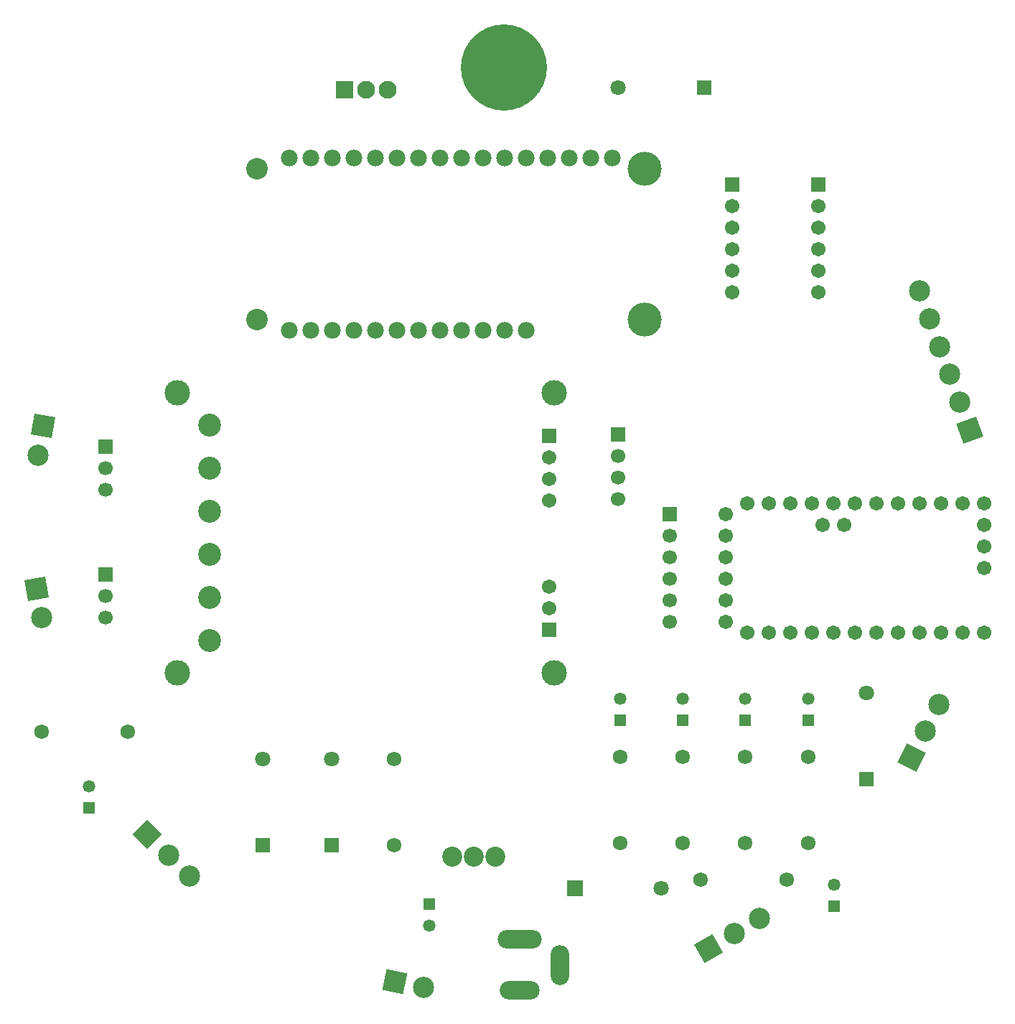
<source format=gbr>
G04 DipTrace 3.3.1.2*
G04 BottomMask.gbr*
%MOIN*%
G04 #@! TF.FileFunction,Soldermask,Bot*
G04 #@! TF.Part,Single*
%AMOUTLINE1*
4,1,4,
0.0,0.069601,
0.069601,0.0,
0.0,-0.069601,
-0.069601,0.0,
0.0,0.069601,
0*%
%AMOUTLINE4*
4,1,4,
-0.06723,0.018014,
0.018014,0.06723,
0.06723,-0.018014,
-0.018014,-0.06723,
-0.06723,0.018014,
0*%
%AMOUTLINE7*
4,1,4,
-0.037908,0.058373,
0.058373,0.037908,
0.037908,-0.058373,
-0.058373,-0.037908,
-0.037908,0.058373,
0*%
%AMOUTLINE10*
4,1,4,
-0.066195,-0.021508,
-0.021508,0.066195,
0.066195,0.021508,
0.021508,-0.066195,
-0.066195,-0.021508,
0*%
%AMOUTLINE13*
4,1,4,
-0.057014,-0.039922,
-0.039922,0.057014,
0.057014,0.039922,
0.039922,-0.057014,
-0.057014,-0.039922,
0*%
%AMOUTLINE16*
4,1,4,
-0.039922,-0.057014,
-0.057014,0.039922,
0.039922,0.057014,
0.057014,-0.039922,
-0.039922,-0.057014,
0*%
%AMOUTLINE19*
4,1,4,
0.029415,0.06308,
0.06308,-0.029415,
-0.029415,-0.06308,
-0.06308,0.029415,
0.029415,0.06308,
0*%
%AMOUTLINE22*
4,1,4,
-0.035436,0.035436,
0.035436,0.035436,
0.035436,-0.035436,
-0.035436,-0.035436,
-0.035436,0.035436,
0*%
%ADD39C,0.1*%
%ADD40C,0.11811*%
%ADD41C,0.4*%
%ADD57C,0.082683*%
%ADD59R,0.082683X0.082683*%
%ADD61O,0.08662X0.185045*%
%ADD63O,0.20473X0.08662*%
%ADD65O,0.185045X0.08662*%
%ADD67C,0.106305*%
%ADD69R,0.06725X0.06725*%
%ADD71C,0.09288*%
%ADD73C,0.066935*%
%ADD75R,0.066935X0.066935*%
%ADD77C,0.07788*%
%ADD79C,0.15788*%
%ADD81R,0.070872X0.070872*%
%ADD83C,0.070872*%
%ADD85R,0.05788X0.05788*%
%ADD87C,0.05788*%
%ADD89C,0.06788*%
%ADD91C,0.06788*%
%ADD93C,0.098431*%
%ADD95C,0.06725*%
%ADD105OUTLINE1*%
%ADD108OUTLINE4*%
%ADD111OUTLINE7*%
%ADD114OUTLINE10*%
%ADD117OUTLINE13*%
%ADD120OUTLINE16*%
%ADD123OUTLINE19*%
%ADD126OUTLINE22*%
%FSLAX26Y26*%
G04*
G70*
G90*
G75*
G01*
G04 BotMask*
%LPD*%
D95*
X5125916Y2990947D3*
X5025916D3*
X4925916D3*
X4825916D3*
X4725916D3*
X4625916D3*
X4525916D3*
X4425916D3*
X4325916D3*
X4225916D3*
X4125916D3*
X4025916D3*
X5125916Y2890947D3*
Y2790947D3*
Y2690947D3*
X3925916Y2940947D3*
Y2840947D3*
Y2740947D3*
Y2640947D3*
Y2540947D3*
Y2440947D3*
X4375916Y2890947D3*
X4475916D3*
X5125916Y2390947D3*
X5025916D3*
X4925916D3*
X4825916D3*
X4725916D3*
X4625916D3*
X4425916D3*
X4325916D3*
X4125916D3*
X4025916D3*
X4225916D3*
X4525916D3*
D105*
X1240916Y1455982D3*
D93*
X1338352Y1358546D3*
X1435787Y1261110D3*
D108*
X3845915Y925946D3*
D93*
X3965249Y994844D3*
X4084583Y1063741D3*
D91*
X2385916Y1805947D3*
D89*
Y1405947D3*
D87*
X2550916Y1030947D3*
D85*
Y1130947D3*
D91*
X3435916Y1415947D3*
D89*
Y1815947D3*
D87*
Y2083451D3*
D85*
Y1983451D3*
D91*
X1150916Y1930947D3*
D89*
X750916D3*
D87*
X968423Y1678440D3*
D85*
Y1578440D3*
D83*
X2095916Y1805947D3*
D81*
Y1405947D3*
D91*
X3726751Y1415947D3*
D89*
Y1815947D3*
D87*
Y2083451D3*
D85*
Y1983451D3*
D91*
X4017585Y1415947D3*
D89*
Y1815947D3*
D87*
Y2083451D3*
D85*
Y1983451D3*
D91*
X4308419Y1415947D3*
D89*
Y1815947D3*
D87*
Y2083451D3*
D85*
Y1983451D3*
D79*
X3550916Y3845947D3*
Y4545947D3*
D77*
X3000916Y3795947D3*
X2900916D3*
X2800916D3*
X2700916D3*
X2600916D3*
X2500916D3*
X2400916D3*
X2300916D3*
X2200916D3*
X2100916D3*
X2000916D3*
X1900916D3*
X3000916Y4595947D3*
X2900916D3*
X2800916D3*
X2700916D3*
X2600916D3*
X2500916D3*
X2400916D3*
X2300916D3*
X2200916D3*
X2100916D3*
X2000916D3*
X1900916D3*
X3100916D3*
X3200916D3*
X3300916D3*
X3400916D3*
D39*
X1750916Y3845947D3*
Y4545947D3*
D91*
X3810916Y1245947D3*
D89*
X4210916D3*
D87*
X4430916Y1220947D3*
D85*
Y1120947D3*
D75*
X3665916Y2940947D3*
D73*
Y2840947D3*
Y2740947D3*
Y2640947D3*
Y2540947D3*
Y2440947D3*
D71*
X2655916Y1350947D3*
X2755916D3*
X2855916D3*
D69*
X3105916Y3305947D3*
D95*
Y3205947D3*
Y3105947D3*
Y3005947D3*
D69*
Y2405947D3*
D95*
Y2505947D3*
Y2605947D3*
D67*
X1530916Y3355947D3*
Y3155947D3*
Y2955947D3*
Y2755947D3*
Y2555947D3*
Y2355947D3*
D40*
X1380916Y3505947D3*
X3130916D3*
Y2205947D3*
X1380916D3*
D75*
X1045916Y3255947D3*
D73*
Y3155947D3*
Y3055947D3*
D75*
Y2660947D3*
D73*
Y2560947D3*
Y2460947D3*
D111*
X2390074Y772439D3*
D93*
X2524858Y743790D3*
D65*
X2970916Y730947D3*
D63*
Y967167D3*
D61*
X3155955Y849057D3*
D114*
X4790916Y1810947D3*
D93*
X4853474Y1933724D3*
X4916032Y2056500D3*
D69*
X4355916Y4470947D3*
D95*
Y4370947D3*
Y4270947D3*
Y4170947D3*
Y4070947D3*
Y3970947D3*
D69*
X3955916Y4470947D3*
D95*
Y4370947D3*
Y4270947D3*
Y4170947D3*
Y4070947D3*
Y3970947D3*
D59*
X2155916Y4910947D3*
D57*
X2255916D3*
X2355916D3*
D117*
X755916Y3350946D3*
D93*
X731988Y3215244D3*
D120*
X725916Y2595947D3*
D93*
X749844Y2460246D3*
D83*
X3425916Y4920947D3*
D81*
X3825916D3*
D123*
X5060915Y3330946D3*
D93*
X5013787Y3460431D3*
X4966658Y3589917D3*
X4919529Y3719402D3*
X4872400Y3848887D3*
X4825272Y3978372D3*
D83*
X1775916Y1805947D3*
D81*
Y1405947D3*
D83*
X4580916Y2110947D3*
D81*
Y1710947D3*
D83*
X3625916Y1205947D3*
D126*
X3225916D3*
D75*
X3425916Y3310947D3*
D73*
Y3210947D3*
Y3110947D3*
Y3010947D3*
D41*
X2895916Y5015947D3*
M02*

</source>
